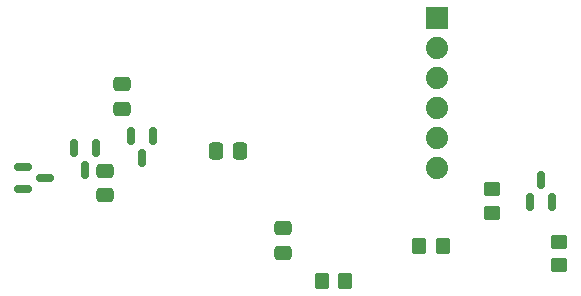
<source format=gbr>
%TF.GenerationSoftware,KiCad,Pcbnew,6.0.11-2627ca5db0~126~ubuntu22.04.1*%
%TF.CreationDate,2023-02-28T17:01:24-05:00*%
%TF.ProjectId,canbus-ds1820,63616e62-7573-42d6-9473-313832302e6b,1.0*%
%TF.SameCoordinates,Original*%
%TF.FileFunction,Paste,Bot*%
%TF.FilePolarity,Positive*%
%FSLAX46Y46*%
G04 Gerber Fmt 4.6, Leading zero omitted, Abs format (unit mm)*
G04 Created by KiCad (PCBNEW 6.0.11-2627ca5db0~126~ubuntu22.04.1) date 2023-02-28 17:01:24*
%MOMM*%
%LPD*%
G01*
G04 APERTURE LIST*
G04 Aperture macros list*
%AMRoundRect*
0 Rectangle with rounded corners*
0 $1 Rounding radius*
0 $2 $3 $4 $5 $6 $7 $8 $9 X,Y pos of 4 corners*
0 Add a 4 corners polygon primitive as box body*
4,1,4,$2,$3,$4,$5,$6,$7,$8,$9,$2,$3,0*
0 Add four circle primitives for the rounded corners*
1,1,$1+$1,$2,$3*
1,1,$1+$1,$4,$5*
1,1,$1+$1,$6,$7*
1,1,$1+$1,$8,$9*
0 Add four rect primitives between the rounded corners*
20,1,$1+$1,$2,$3,$4,$5,0*
20,1,$1+$1,$4,$5,$6,$7,0*
20,1,$1+$1,$6,$7,$8,$9,0*
20,1,$1+$1,$8,$9,$2,$3,0*%
G04 Aperture macros list end*
%ADD10RoundRect,0.250000X0.450000X-0.350000X0.450000X0.350000X-0.450000X0.350000X-0.450000X-0.350000X0*%
%ADD11RoundRect,0.250000X-0.450000X0.350000X-0.450000X-0.350000X0.450000X-0.350000X0.450000X0.350000X0*%
%ADD12RoundRect,0.150000X0.150000X-0.587500X0.150000X0.587500X-0.150000X0.587500X-0.150000X-0.587500X0*%
%ADD13R,1.879600X1.879600*%
%ADD14C,1.879600*%
%ADD15RoundRect,0.250000X-0.337500X-0.475000X0.337500X-0.475000X0.337500X0.475000X-0.337500X0.475000X0*%
%ADD16RoundRect,0.150000X-0.150000X0.587500X-0.150000X-0.587500X0.150000X-0.587500X0.150000X0.587500X0*%
%ADD17RoundRect,0.250000X0.350000X0.450000X-0.350000X0.450000X-0.350000X-0.450000X0.350000X-0.450000X0*%
%ADD18RoundRect,0.250000X0.475000X-0.337500X0.475000X0.337500X-0.475000X0.337500X-0.475000X-0.337500X0*%
%ADD19RoundRect,0.250000X-0.475000X0.337500X-0.475000X-0.337500X0.475000X-0.337500X0.475000X0.337500X0*%
%ADD20RoundRect,0.150000X-0.587500X-0.150000X0.587500X-0.150000X0.587500X0.150000X-0.587500X0.150000X0*%
%ADD21RoundRect,0.250000X-0.350000X-0.450000X0.350000X-0.450000X0.350000X0.450000X-0.350000X0.450000X0*%
G04 APERTURE END LIST*
D10*
%TO.C,R6*%
X106825000Y-91950000D03*
X106825000Y-89950000D03*
%TD*%
D11*
%TO.C,R3*%
X101225000Y-85525000D03*
X101225000Y-87525000D03*
%TD*%
D12*
%TO.C,Q3*%
X106275000Y-86625000D03*
X104375000Y-86625000D03*
X105325000Y-84750000D03*
%TD*%
D13*
%TO.C,J3*%
X96500000Y-70990000D03*
D14*
X96500000Y-73530000D03*
X96500000Y-76070000D03*
X96500000Y-78610000D03*
X96500000Y-81150000D03*
X96500000Y-83690000D03*
%TD*%
D15*
%TO.C,C7*%
X77787500Y-82300000D03*
X79862500Y-82300000D03*
%TD*%
D16*
%TO.C,U1*%
X65775000Y-81987500D03*
X67675000Y-81987500D03*
X66725000Y-83862500D03*
%TD*%
D17*
%TO.C,R1*%
X88750000Y-93250000D03*
X86750000Y-93250000D03*
%TD*%
D18*
%TO.C,C2*%
X83450000Y-90887500D03*
X83450000Y-88812500D03*
%TD*%
%TO.C,C4*%
X69900000Y-78712500D03*
X69900000Y-76637500D03*
%TD*%
D19*
%TO.C,C1*%
X68425000Y-83950000D03*
X68425000Y-86025000D03*
%TD*%
D20*
%TO.C,Q2*%
X61437500Y-85525000D03*
X61437500Y-83625000D03*
X63312500Y-84575000D03*
%TD*%
D16*
%TO.C,Q1*%
X70600000Y-81000000D03*
X72500000Y-81000000D03*
X71550000Y-82875000D03*
%TD*%
D21*
%TO.C,R2*%
X95000000Y-90325000D03*
X97000000Y-90325000D03*
%TD*%
M02*

</source>
